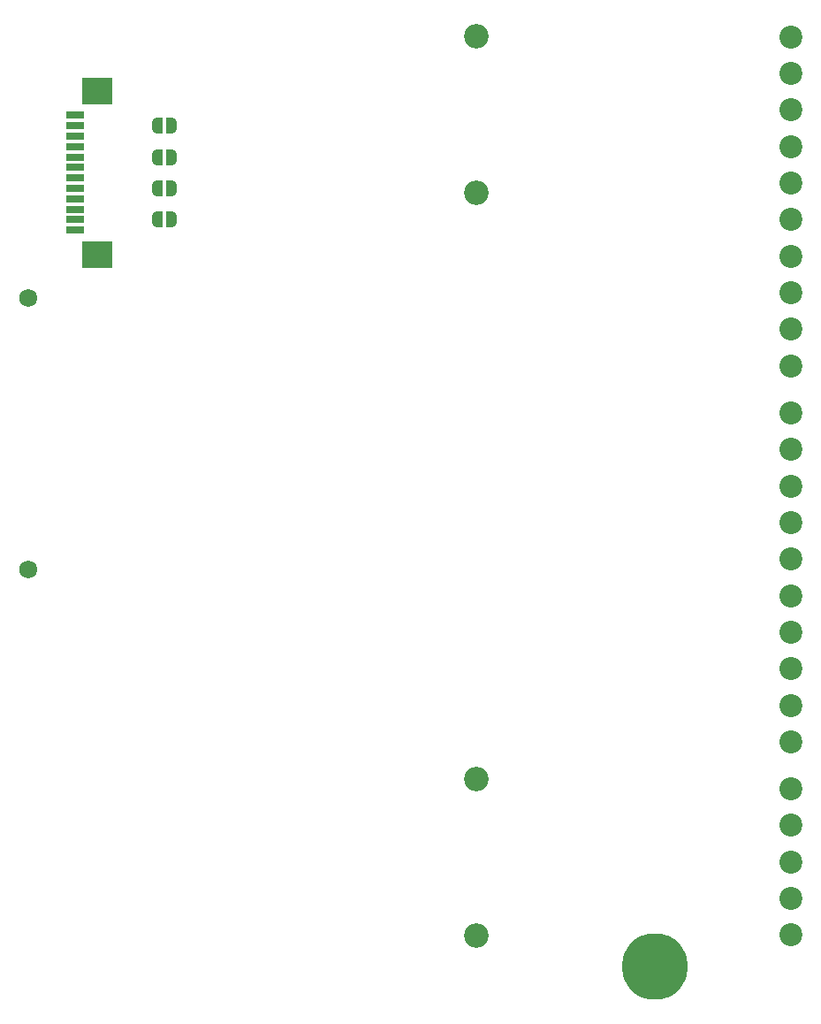
<source format=gbr>
%TF.GenerationSoftware,KiCad,Pcbnew,9.0.0*%
%TF.CreationDate,2025-03-09T10:59:44+03:00*%
%TF.ProjectId,PM_CNV-DQ16_src,504d5f43-4e56-42d4-9451-31365f737263,rev?*%
%TF.SameCoordinates,Original*%
%TF.FileFunction,Soldermask,Bot*%
%TF.FilePolarity,Negative*%
%FSLAX46Y46*%
G04 Gerber Fmt 4.6, Leading zero omitted, Abs format (unit mm)*
G04 Created by KiCad (PCBNEW 9.0.0) date 2025-03-09 10:59:44*
%MOMM*%
%LPD*%
G01*
G04 APERTURE LIST*
G04 Aperture macros list*
%AMFreePoly0*
4,1,23,0.500000,-0.750000,0.000000,-0.750000,0.000000,-0.745722,-0.065263,-0.745722,-0.191342,-0.711940,-0.304381,-0.646677,-0.396677,-0.554381,-0.461940,-0.441342,-0.495722,-0.315263,-0.495722,-0.250000,-0.500000,-0.250000,-0.500000,0.250000,-0.495722,0.250000,-0.495722,0.315263,-0.461940,0.441342,-0.396677,0.554381,-0.304381,0.646677,-0.191342,0.711940,-0.065263,0.745722,0.000000,0.745722,
0.000000,0.750000,0.500000,0.750000,0.500000,-0.750000,0.500000,-0.750000,$1*%
%AMFreePoly1*
4,1,23,0.000000,0.745722,0.065263,0.745722,0.191342,0.711940,0.304381,0.646677,0.396677,0.554381,0.461940,0.441342,0.495722,0.315263,0.495722,0.250000,0.500000,0.250000,0.500000,-0.250000,0.495722,-0.250000,0.495722,-0.315263,0.461940,-0.441342,0.396677,-0.554381,0.304381,-0.646677,0.191342,-0.711940,0.065263,-0.745722,0.000000,-0.745722,0.000000,-0.750000,-0.500000,-0.750000,
-0.500000,0.750000,0.000000,0.750000,0.000000,0.745722,0.000000,0.745722,$1*%
G04 Aperture macros list end*
%ADD10C,2.200000*%
%ADD11C,2.350000*%
%ADD12C,1.725000*%
%ADD13O,6.350000X6.350000*%
%ADD14FreePoly0,0.000000*%
%ADD15FreePoly1,0.000000*%
%ADD16R,1.803400X0.635000*%
%ADD17R,2.997200X2.590800*%
G04 APERTURE END LIST*
D10*
%TO.C,J6*%
X35000000Y-43000000D03*
X35000000Y-39500000D03*
X35000000Y-36000000D03*
X35000000Y-32500000D03*
X35000000Y-29000000D03*
%TD*%
%TO.C,J5*%
X35000000Y-24500000D03*
X35000000Y-21000000D03*
X35000000Y-17500000D03*
X35000000Y-14000000D03*
X35000000Y-10500000D03*
X35000000Y-7000000D03*
X35000000Y-3500000D03*
X35000000Y0D03*
X35000000Y3500000D03*
X35000000Y7000000D03*
%TD*%
%TO.C,J3*%
X35000000Y11500000D03*
X35000000Y15000000D03*
X35000000Y18500000D03*
X35000000Y22000000D03*
X35000000Y25500000D03*
X35000000Y29000000D03*
X35000000Y32500000D03*
X35000000Y36000000D03*
X35000000Y39500000D03*
X35000000Y43000000D03*
%TD*%
D11*
%TO.C,U8*%
X4920000Y28060000D03*
X4920000Y43060000D03*
%TD*%
%TO.C,U9*%
X4920000Y-28060000D03*
X4920000Y-43060000D03*
%TD*%
D12*
%TO.C,U11*%
X-38000000Y18000000D03*
%TD*%
D13*
%TO.C,PE1*%
X22000000Y-46000000D03*
%TD*%
D12*
%TO.C,U2*%
X-38000000Y-8000000D03*
%TD*%
D14*
%TO.C,JP2*%
X-25650000Y31500000D03*
D15*
X-24350000Y31500000D03*
%TD*%
D14*
%TO.C,JP4*%
X-25650000Y25500000D03*
D15*
X-24350000Y25500000D03*
%TD*%
D14*
%TO.C,JP1*%
X-25650000Y34500000D03*
D15*
X-24350000Y34500000D03*
%TD*%
D14*
%TO.C,JP3*%
X-25650000Y28500000D03*
D15*
X-24350000Y28500000D03*
%TD*%
D16*
%TO.C,J7*%
X-33556000Y35499992D03*
X-33556000Y34499994D03*
X-33556000Y33499996D03*
X-33556000Y32499998D03*
X-33556000Y31500000D03*
X-33556000Y30500000D03*
X-33556000Y29500000D03*
X-33556000Y28500000D03*
X-33556000Y27500002D03*
X-33556000Y26500004D03*
X-33556000Y25500006D03*
X-33556000Y24500008D03*
D17*
X-31385999Y37850003D03*
X-31385999Y22149997D03*
%TD*%
M02*

</source>
